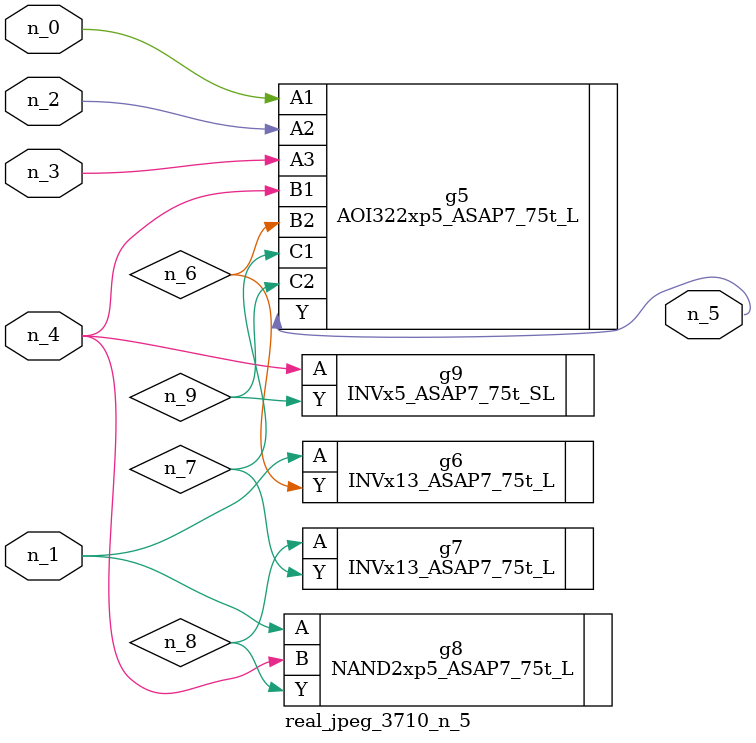
<source format=v>
module real_jpeg_3710_n_5 (n_4, n_0, n_1, n_2, n_3, n_5);

input n_4;
input n_0;
input n_1;
input n_2;
input n_3;

output n_5;

wire n_8;
wire n_6;
wire n_7;
wire n_9;

AOI322xp5_ASAP7_75t_L g5 ( 
.A1(n_0),
.A2(n_2),
.A3(n_3),
.B1(n_4),
.B2(n_6),
.C1(n_7),
.C2(n_9),
.Y(n_5)
);

INVx13_ASAP7_75t_L g6 ( 
.A(n_1),
.Y(n_6)
);

NAND2xp5_ASAP7_75t_L g8 ( 
.A(n_1),
.B(n_4),
.Y(n_8)
);

INVx5_ASAP7_75t_SL g9 ( 
.A(n_4),
.Y(n_9)
);

INVx13_ASAP7_75t_L g7 ( 
.A(n_8),
.Y(n_7)
);


endmodule
</source>
